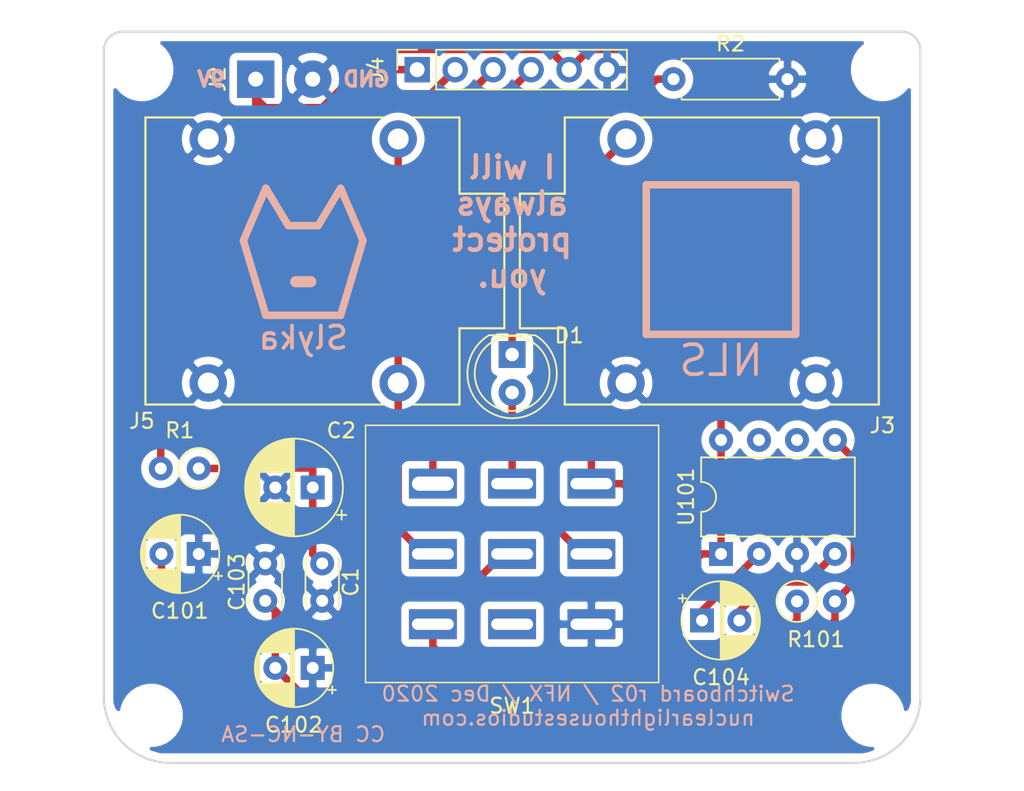
<source format=kicad_pcb>
(kicad_pcb (version 20211014) (generator pcbnew)
  (title_block (title "Switchboard") (date "2020-12-30") (rev "r02") (company "Nuclear Lighthouse Studios") (comment 1 "CC BY-NC-SA"))
  (layers (0 "F.Cu" signal) (31 "B.Cu" signal) (36 "B.SilkS" user "B.Silkscreen") (37 "F.SilkS" user "F.Silkscreen") (38 "B.Mask" user) (39 "F.Mask" user) (44 "Edge.Cuts" user))
  (net 0 "")
  (net 1 "+9V")
  (net 2 "GND")
  (net 3 "Net-(D1-Pad1)")
  (net 4 "Net-(D1-Pad2)")
  (net 5 "Net-(J4-Pad3)")
  (net 6 "Net-(J5-PadT)")
  (net 7 "+9VA")
  (net 8 "Net-(J3-PadT)")
  (net 9 "Net-(C101-Pad2)")
  (net 10 "-9VA")
  (net 11 "Net-(C104-Pad2)")
  (net 12 "Net-(C104-Pad1)")
  (net 13 "Net-(J4-Pad4)")
  (footprint "LED_THT:LED_D5.0mm" (layer "F.Cu") (at 142.875 90.17 -90)
    (fp_text reference "D1" (at -1.27 -3.81) (layer "F.SilkS"))
    (fp_text value "LED")
    (pad "1" thru_hole rect (at 0 0 270) (size 1.8 1.8) (drill 0.9) (layers *.Cu *.Mask) (net 3 "Net-(D1-Pad1)"))
    (pad "2" thru_hole circle (at 2.54 0 270) (size 1.8 1.8) (drill 0.9) (layers *.Cu *.Mask) (net 4 "Net-(D1-Pad2)"))
  )
  (footprint "Resistor_THT:R_Axial_DIN0207_L6.3mm_D2.5mm_P7.62mm_Horizontal" (layer "F.Cu") (at 153.67 71.755)
    (fp_text reference "R2" (at 3.81 -2.37) (layer "F.SilkS"))
    (fp_text value "10k")
    (pad "1" thru_hole circle (at 0 0) (size 1.6 1.6) (drill 0.8) (layers *.Cu *.Mask) (net 3 "Net-(D1-Pad1)"))
    (pad "2" thru_hole oval (at 7.62 0) (size 1.6 1.6) (drill 0.8) (layers *.Cu *.Mask) (net 2 "GND"))
  )
  (footprint "NLS:MonoJack_6.35mm_Neutrik_NMJ4HCD2" (layer "F.Cu") (at 167.195 83.915)
    (fp_text reference "J3" (at 0.445 11) (layer "F.SilkS"))
    (fp_text value "AudioJack2_SwitchT")
    (pad "S" thru_hole circle locked (at -4 8.16) (size 2.5 2.5) (drill 1.4) (layers *.Cu *.Mask) (net 2 "GND"))
    (pad "S" thru_hole circle locked (at -4 -8.16) (size 2.5 2.5) (drill 1.4) (layers *.Cu *.Mask) (net 2 "GND"))
    (pad "T" thru_hole circle locked (at -16.7 -8.16) (size 2.5 2.5) (drill 1.4) (layers *.Cu *.Mask) (net 8 "Net-(J3-PadT)"))
    (pad "TN" thru_hole circle locked (at -16.7 8.16) (size 2.5 2.5) (drill 1.4) (layers *.Cu *.Mask) (net 2 "GND"))
  )
  (footprint "Capacitor_THT:CP_Radial_D6.3mm_P2.50mm" (layer "F.Cu") (at 129.54 99.06 180)
    (fp_text reference "C2" (at -1.905 3.81 180) (layer "F.SilkS"))
    (fp_text value "100µ")
    (pad "1" thru_hole rect (at 0 0 180) (size 1.6 1.6) (drill 0.8) (layers *.Cu *.Mask) (net 7 "+9VA"))
    (pad "2" thru_hole circle (at 2.5 0 180) (size 1.6 1.6) (drill 0.8) (layers *.Cu *.Mask) (net 2 "GND"))
  )
  (footprint "Capacitor_THT:C_Disc_D3.0mm_W2.0mm_P2.50mm" (layer "F.Cu") (at 130.175 104.14 -90)
    (fp_text reference "C1" (at 1.25 -1.905 90) (layer "F.SilkS"))
    (fp_text value "100n")
    (pad "1" thru_hole circle (at 0 0 270) (size 1.6 1.6) (drill 0.8) (layers *.Cu *.Mask) (net 7 "+9VA"))
    (pad "2" thru_hole circle (at 2.5 0 270) (size 1.6 1.6) (drill 0.8) (layers *.Cu *.Mask) (net 2 "GND"))
  )
  (footprint "Resistor_THT:R_Axial_DIN0207_L6.3mm_D2.5mm_P2.54mm_Vertical" (layer "F.Cu") (at 121.92 97.79 180)
    (fp_text reference "R1" (at 1.27 2.54) (layer "F.SilkS"))
    (fp_text value "100")
    (pad "1" thru_hole circle (at 0 0 180) (size 1.6 1.6) (drill 0.8) (layers *.Cu *.Mask) (net 7 "+9VA"))
    (pad "2" thru_hole oval (at 2.54 0 180) (size 1.6 1.6) (drill 0.8) (layers *.Cu *.Mask) (net 1 "+9V"))
  )
  (footprint "Connector_Wire:SolderWirePad_1x02_P3.81mm_Drill1mm" (layer "F.Cu") (at 125.73 71.755)
    (fp_text reference "J2" (at -2.54 0 270) (layer "F.SilkS"))
    (fp_text value "Conn_01x02_Female")
    (pad "1" thru_hole rect locked (at 0 0) (size 2.49936 2.49936) (drill 1.00076) (layers *.Cu *.Mask) (net 1 "+9V"))
    (pad "2" thru_hole circle locked (at 3.81 0) (size 2.49936 2.49936) (drill 1.00076) (layers *.Cu *.Mask) (net 2 "GND"))
  )
  (footprint "NLS:MonoJack_6.35mm_Neutrik_NMJ4HCD2" (layer "F.Cu") (at 118.555 83.915 180)
    (fp_text reference "J5" (at 0.445 -10.7 180) (layer "F.SilkS"))
    (fp_text value "AudioJack2_SwitchT")
    (pad "S" thru_hole circle locked (at -4 -8.16 180) (size 2.5 2.5) (drill 1.4) (layers *.Cu *.Mask) (net 2 "GND"))
    (pad "S" thru_hole circle locked (at -4 8.16 180) (size 2.5 2.5) (drill 1.4) (layers *.Cu *.Mask) (net 2 "GND"))
    (pad "T" thru_hole circle locked (at -16.7 -8.16 180) (size 2.5 2.5) (drill 1.4) (layers *.Cu *.Mask) (net 6 "Net-(J5-PadT)"))
    (pad "TN" thru_hole circle locked (at -16.7 8.16 180) (size 2.5 2.5) (drill 1.4) (layers *.Cu *.Mask) (net 6 "Net-(J5-PadT)"))
  )
  (footprint "MountingHole:MountingHole_3.2mm_M3" (layer "F.Cu") (at 167.64 71.12)
    (fp_text reference "REF**" hide)
    (fp_text value "MountingHole_3.2mm_M3")
    (pad "" np_thru_hole circle locked (at 0 0) (size 3.2 3.2) (drill 3.2) (layers *.Cu *.Mask))
  )
  (footprint "MountingHole:MountingHole_3.2mm_M3" (layer "F.Cu") (at 118.11 71.12)
    (fp_text reference "REF**" hide)
    (fp_text value "MountingHole_3.2mm_M3")
    (pad "" np_thru_hole circle locked (at 0 0) (size 3.2 3.2) (drill 3.2) (layers *.Cu *.Mask))
  )
  (footprint "MountingHole:MountingHole_3.2mm_M3" (layer "F.Cu") (at 167.005 114.3)
    (fp_text reference "REF**" hide)
    (fp_text value "MountingHole_3.2mm_M3")
    (pad "" np_thru_hole circle locked (at 0 0) (size 3.2 3.2) (drill 3.2) (layers *.Cu *.Mask))
  )
  (footprint "MountingHole:MountingHole_3.2mm_M3" (layer "F.Cu") (at 118.745 114.3)
    (fp_text reference "REF**" hide)
    (fp_text value "MountingHole_3.2mm_M3")
    (pad "" np_thru_hole circle locked (at 0 0) (size 3.2 3.2) (drill 3.2) (layers *.Cu *.Mask))
  )
  (footprint "Capacitor_THT:C_Disc_D3.0mm_W2.0mm_P2.50mm" (layer "F.Cu") (at 126.365 106.64 90)
    (fp_text reference "C103" (at 1.25 -1.905 90) (layer "F.SilkS"))
    (fp_text value "100n")
    (pad "1" thru_hole circle (at 0 0 90) (size 1.6 1.6) (drill 0.8) (layers *.Cu *.Mask) (net 10 "-9VA"))
    (pad "2" thru_hole circle (at 2.5 0 90) (size 1.6 1.6) (drill 0.8) (layers *.Cu *.Mask) (net 2 "GND"))
  )
  (footprint "Connector_PinSocket_2.54mm:PinSocket_1x06_P2.54mm_Vertical" (layer "F.Cu") (at 136.525 71.12 90)
    (fp_text reference "J4" (at 0 -2.77 90) (layer "F.SilkS"))
    (fp_text value "Conn_01x06_Female")
    (pad "1" thru_hole rect (at 0 0 90) (size 1.7 1.7) (drill 1) (layers *.Cu *.Mask) (net 7 "+9VA"))
    (pad "2" thru_hole oval (at 0 2.54 90) (size 1.7 1.7) (drill 1) (layers *.Cu *.Mask) (net 10 "-9VA"))
    (pad "3" thru_hole oval (at 0 5.08 90) (size 1.7 1.7) (drill 1) (layers *.Cu *.Mask) (net 5 "Net-(J4-Pad3)"))
    (pad "4" thru_hole oval (at 0 7.62 90) (size 1.7 1.7) (drill 1) (layers *.Cu *.Mask) (net 13 "Net-(J4-Pad4)"))
    (pad "5" thru_hole oval (at 0 10.16 90) (size 1.7 1.7) (drill 1) (layers *.Cu *.Mask) (net 1 "+9V"))
    (pad "6" thru_hole oval (at 0 12.7 90) (size 1.7 1.7) (drill 1) (layers *.Cu *.Mask) (net 2 "GND"))
  )
  (footprint "Resistor_THT:R_Axial_DIN0207_L6.3mm_D2.5mm_P2.54mm_Vertical" (layer "F.Cu") (at 161.925 106.68)
    (fp_text reference "R101" (at 1.27 2.54) (layer "F.SilkS"))
    (fp_text value "100")
    (pad "1" thru_hole circle (at 0 0) (size 1.6 1.6) (drill 0.8) (layers *.Cu *.Mask) (net 10 "-9VA"))
    (pad "2" thru_hole oval (at 2.54 0) (size 1.6 1.6) (drill 0.8) (layers *.Cu *.Mask) (net 9 "Net-(C101-Pad2)"))
  )
  (footprint "Package_DIP:DIP-8_W7.62mm" (layer "F.Cu") (at 156.845 103.505 90)
    (fp_text reference "U101" (at 3.81 -2.33 90) (layer "F.SilkS"))
    (fp_text value "LTC1044")
    (pad "1" thru_hole rect (at 0 0 90) (size 1.6 1.6) (drill 0.8) (layers *.Cu *.Mask) (net 1 "+9V"))
    (pad "2" thru_hole oval (at 0 2.54 90) (size 1.6 1.6) (drill 0.8) (layers *.Cu *.Mask) (net 12 "Net-(C104-Pad1)"))
    (pad "3" thru_hole oval (at 0 5.08 90) (size 1.6 1.6) (drill 0.8) (layers *.Cu *.Mask) (net 2 "GND"))
    (pad "4" thru_hole oval (at 0 7.62 90) (size 1.6 1.6) (drill 0.8) (layers *.Cu *.Mask) (net 11 "Net-(C104-Pad2)"))
    (pad "5" thru_hole oval (at 7.62 7.62 90) (size 1.6 1.6) (drill 0.8) (layers *.Cu *.Mask) (net 9 "Net-(C101-Pad2)"))
    (pad "6" thru_hole oval (at 7.62 5.08 90) (size 1.6 1.6) (drill 0.8) (layers *.Cu *.Mask))
    (pad "7" thru_hole oval (at 7.62 2.54 90) (size 1.6 1.6) (drill 0.8) (layers *.Cu *.Mask))
    (pad "8" thru_hole oval (at 7.62 0 90) (size 1.6 1.6) (drill 0.8) (layers *.Cu *.Mask) (net 1 "+9V"))
  )
  (footprint "NLS:SW_3PDT_Footswitch" (layer "F.Cu") (at 142.875 103.505)
    (fp_text reference "SW1" (at 0 10.16 180) (layer "F.SilkS"))
    (fp_text value "SW_3PDT_x3")
    (pad "1" thru_hole rect locked (at -5.3 -4.7) (size 3.2 2) (drill oval 2.8 0.9525) (layers *.Cu *.Mask) (net 5 "Net-(J4-Pad3)"))
    (pad "2" thru_hole rect locked (at -5.3 0) (size 3.2 2) (drill oval 2.8 0.762) (layers *.Cu *.Mask) (net 6 "Net-(J5-PadT)"))
    (pad "3" thru_hole rect locked (at -5.3 4.7) (size 3.2 2) (drill oval 2.8 0.762) (layers *.Cu *.Mask) (net 8 "Net-(J3-PadT)"))
    (pad "4" thru_hole rect locked (at 0 -4.7) (size 3.2 2) (drill oval 2.8 0.762) (layers *.Cu *.Mask) (net 4 "Net-(D1-Pad2)"))
    (pad "5" thru_hole rect locked (at 0 0) (size 3.2 2) (drill oval 2.8 0.762) (layers *.Cu *.Mask) (net 1 "+9V"))
    (pad "6" thru_hole rect locked (at 0 4.7) (size 3.2 2) (drill oval 2.8 0.762) (layers *.Cu *.Mask))
    (pad "7" thru_hole rect locked (at 5.3 -4.7) (size 3.2 2) (drill oval 2.8 0.762) (layers *.Cu *.Mask) (net 8 "Net-(J3-PadT)"))
    (pad "8" thru_hole rect locked (at 5.3 0) (size 3.2 2) (drill oval 2.8 0.762) (layers *.Cu *.Mask) (net 13 "Net-(J4-Pad4)"))
    (pad "9" thru_hole rect locked (at 5.3 4.7) (size 3.2 2) (drill oval 2.8 0.762) (layers *.Cu *.Mask) (net 2 "GND"))
  )
  (footprint "Capacitor_THT:CP_Radial_D5.0mm_P2.50mm" (layer "F.Cu") (at 155.575 107.95)
    (fp_text reference "C104" (at 1.27 3.81) (layer "F.SilkS"))
    (fp_text value "10µ")
    (pad "1" thru_hole rect (at 0 0) (size 1.6 1.6) (drill 0.8) (layers *.Cu *.Mask) (net 12 "Net-(C104-Pad1)"))
    (pad "2" thru_hole circle (at 2.5 0) (size 1.6 1.6) (drill 0.8) (layers *.Cu *.Mask) (net 11 "Net-(C104-Pad2)"))
  )
  (footprint "Capacitor_THT:CP_Radial_D5.0mm_P2.50mm" (layer "F.Cu") (at 129.54 111.125 180)
    (fp_text reference "C102" (at 1.27 -3.81) (layer "F.SilkS"))
    (fp_text value "47µ")
    (pad "1" thru_hole rect (at 0 0 180) (size 1.6 1.6) (drill 0.8) (layers *.Cu *.Mask) (net 2 "GND"))
    (pad "2" thru_hole circle (at 2.5 0 180) (size 1.6 1.6) (drill 0.8) (layers *.Cu *.Mask) (net 10 "-9VA"))
  )
  (footprint "Capacitor_THT:CP_Radial_D5.0mm_P2.50mm" (layer "F.Cu") (at 121.92 103.505 180)
    (fp_text reference "C101" (at 1.27 -3.81) (layer "F.SilkS"))
    (fp_text value "10µ")
    (pad "1" thru_hole rect (at 0 0 180) (size 1.6 1.6) (drill 0.8) (layers *.Cu *.Mask) (net 2 "GND"))
    (pad "2" thru_hole circle (at 2.5 0 180) (size 1.6 1.6) (drill 0.8) (layers *.Cu *.Mask) (net 9 "Net-(C101-Pad2)"))
  )
  (footprint "logos:nlslogo_nocopper" (layer "B.Cu") (at 156.845 83.82 180)
    (fp_text reference "REF**" hide)
    (fp_text value "nlslogo_nocopper")
    (fp_text user "NLS" (at 0 -6.75 180) (layer "B.SilkS") (effects (font (size 2 2) (thickness 0.25)) (justify mirror)))
  )
  (footprint "logos:foxlogo_nocopper" (layer "B.Cu") (at 128.905 82.55 180)
    (fp_text reference "REF**" hide)
    (fp_text value "foxlogo_nocopper")
    (fp_text user "Slyka" (at 0 -6.5 180) (layer "B.SilkS") (effects (font (size 1.5 1.5) (thickness 0.25)) (justify mirror)))
  )
  (gr_line (start 115.57 69.85) (end 115.57 113.03) (layer "Edge.Cuts") (width 0.15))
  (gr_arc (start 120.015 117.475) (mid 116.87191 116.17309) (end 115.57 113.03) (layer "Edge.Cuts") (width 0.15))
  (gr_line (start 120.015 117.475) (end 165.735 117.475) (layer "Edge.Cuts") (width 0.15))
  (gr_arc (start 170.18 113.03) (mid 168.87809 116.17309) (end 165.735 117.475) (layer "Edge.Cuts") (width 0.15))
  (gr_line (start 170.18 113.03) (end 170.18 69.85) (layer "Edge.Cuts") (width 0.15))
  (gr_arc (start 115.57 69.85) (mid 115.941974 68.951974) (end 116.84 68.58) (layer "Edge.Cuts") (width 0.15))
  (gr_arc (start 168.91 68.58) (mid 169.808026 68.951974) (end 170.18 69.85) (layer "Edge.Cuts") (width 0.15))
  (gr_line (start 168.91 68.58) (end 116.84 68.58) (layer "Edge.Cuts") (width 0.15))
  (gr_text "GND" (at 131.445 71.755) (layer "B.SilkS") (effects (font (size 1 1) (thickness 0.25)) (justify right mirror)))
  (gr_text "9V" (at 123.825 71.755) (layer "B.SilkS") (effects (font (size 1 1) (thickness 0.25)) (justify left mirror)))
  (gr_text "CC BY-NC-SA" (at 128.905 115.57) (layer "B.SilkS") (effects (font (size 1 1)) (justify mirror)))
  (gr_text "Switchboard r02 / NFX / Dec 2020\nnuclearlighthousestudios.com" (at 147.955 113.665) (layer "B.SilkS") (effects (font (size 1 1)) (justify mirror)))
  (gr_text "I will\nalways\nprotect\nyou." (at 142.875 81.28) (layer "B.SilkS") (effects (font (size 1.5 1.5) (thickness 0.3)) (justify mirror)))
  (segment (start 130.175 73.66) (end 134.065001 69.769999) (width 0.5) (layer "F.Cu") (net 1))
  (segment (start 145.334999 69.769999) (end 145.835001 70.270001) (width 0.5) (layer "F.Cu") (net 1))
  (segment (start 125.73 73.025) (end 126.365 73.66) (width 0.5) (layer "F.Cu") (net 1))
  (segment (start 155.545 103.505) (end 152.4 106.65) (width 0.5) (layer "F.Cu") (net 1))
  (segment (start 126.365 73.66) (end 130.175 73.66) (width 0.5) (layer "F.Cu") (net 1))
  (segment (start 134.62 107.169999) (end 135.744999 106.045) (width 0.5) (layer "F.Cu") (net 1))
  (segment (start 148.035001 69.769999) (end 154.224999 69.769999) (width 0.5) (layer "F.Cu") (net 1))
  (segment (start 152.4 106.65) (end 152.4 111.125) (width 0.5) (layer "F.Cu") (net 1))
  (segment (start 139.735 106.045) (end 142.275 103.505) (width 0.5) (layer "F.Cu") (net 1))
  (segment (start 125.73 80.645) (end 119.38 86.995) (width 0.5) (layer "F.Cu") (net 1))
  (segment (start 156.845 103.505) (end 156.845 95.885) (width 0.5) (layer "F.Cu") (net 1))
  (segment (start 136.525 111.76) (end 134.62 109.855) (width 0.5) (layer "F.Cu") (net 1))
  (segment (start 119.38 86.995) (end 119.38 97.79) (width 0.5) (layer "F.Cu") (net 1))
  (segment (start 145.835001 70.270001) (end 146.685 71.12) (width 0.5) (layer "F.Cu") (net 1))
  (segment (start 151.765 111.76) (end 136.525 111.76) (width 0.5) (layer "F.Cu") (net 1))
  (segment (start 125.73 71.755) (end 125.73 73.025) (width 0.5) (layer "F.Cu") (net 1))
  (segment (start 146.685 71.12) (end 148.035001 69.769999) (width 0.5) (layer "F.Cu") (net 1))
  (segment (start 134.065001 69.769999) (end 145.334999 69.769999) (width 0.5) (layer "F.Cu") (net 1))
  (segment (start 154.224999 69.769999) (end 156.845 72.39) (width 0.5) (layer "F.Cu") (net 1))
  (segment (start 125.73 71.755) (end 125.73 80.645) (width 0.5) (layer "F.Cu") (net 1))
  (segment (start 142.275 103.505) (end 142.875 103.505) (width 0.5) (layer "F.Cu") (net 1))
  (segment (start 152.4 111.125) (end 151.765 111.76) (width 0.5) (layer "F.Cu") (net 1))
  (segment (start 156.845 94.75363) (end 156.845 95.885) (width 0.5) (layer "F.Cu") (net 1))
  (segment (start 134.62 109.855) (end 134.62 107.169999) (width 0.5) (layer "F.Cu") (net 1))
  (segment (start 156.845 103.505) (end 155.545 103.505) (width 0.5) (layer "F.Cu") (net 1))
  (segment (start 135.744999 106.045) (end 139.735 106.045) (width 0.5) (layer "F.Cu") (net 1))
  (segment (start 156.845 72.39) (end 156.845 94.75363) (width 0.5) (layer "F.Cu") (net 1))
  (segment (start 150.495 73.66) (end 144.78 73.66) (width 0.5) (layer "F.Cu") (net 3))
  (segment (start 151.13 73.025) (end 150.495 73.66) (width 0.5) (layer "F.Cu") (net 3))
  (segment (start 142.875 75.565) (end 142.875 90.17) (width 0.5) (layer "F.Cu") (net 3))
  (segment (start 153.67 71.755) (end 152.53863 71.755) (width 0.5) (layer "F.Cu") (net 3))
  (segment (start 152.53863 71.755) (end 151.26863 73.025) (width 0.5) (layer "F.Cu") (net 3))
  (segment (start 144.78 73.66) (end 142.875 75.565) (width 0.5) (layer "F.Cu") (net 3))
  (segment (start 142.875 92.71) (end 142.875 98.805) (width 0.5) (layer "F.Cu") (net 4))
  (segment (start 140.755001 71.969999) (end 141.605 71.12) (width 0.5) (layer "F.Cu") (net 5))
  (segment (start 137.575 98.805) (end 137.575 75.15) (width 0.5) (layer "F.Cu") (net 5))
  (segment (start 137.575 75.15) (end 140.755001 71.969999) (width 0.5) (layer "F.Cu") (net 5))
  (segment (start 135.255 92.075) (end 135.255 75.755) (width 0.5) (layer "F.Cu") (net 6))
  (segment (start 135.255 93.842766) (end 135.255 92.075) (width 0.5) (layer "F.Cu") (net 6))
  (segment (start 136.975 103.505) (end 135.255 101.785) (width 0.5) (layer "F.Cu") (net 6))
  (segment (start 135.255 101.785) (end 135.255 93.842766) (width 0.5) (layer "F.Cu") (net 6))
  (segment (start 137.575 103.505) (end 136.975 103.505) (width 0.5) (layer "F.Cu") (net 6))
  (segment (start 129.54 99.06) (end 129.54 76.16) (width 0.5) (layer "F.Cu") (net 7))
  (segment (start 129.54 76.16) (end 134.58 71.12) (width 0.5) (layer "F.Cu") (net 7))
  (segment (start 129.54 97.76) (end 129.54 99.06) (width 0.5) (layer "F.Cu") (net 7))
  (segment (start 129.54 103.505) (end 129.54 99.06) (width 0.5) (layer "F.Cu") (net 7))
  (segment (start 121.92 97.79) (end 126.385998 97.79) (width 0.5) (layer "F.Cu") (net 7))
  (segment (start 130.175 104.14) (end 129.54 103.505) (width 0.5) (layer "F.Cu") (net 7))
  (segment (start 126.385998 97.79) (end 126.415999 97.759999) (width 0.5) (layer "F.Cu") (net 7))
  (segment (start 134.58 71.12) (end 136.525 71.12) (width 0.5) (layer "F.Cu") (net 7))
  (segment (start 126.415999 97.759999) (end 129.54 97.76) (width 0.5) (layer "F.Cu") (net 7))
  (segment (start 137.575 109.705) (end 138.36 110.49) (width 0.5) (layer "F.Cu") (net 8))
  (segment (start 150.275 98.805) (end 148.175 98.805) (width 0.5) (layer "F.Cu") (net 8))
  (segment (start 138.36 110.49) (end 150.495 110.49) (width 0.5) (layer "F.Cu") (net 8))
  (segment (start 151.13 109.855) (end 151.13 99.66) (width 0.5) (layer "F.Cu") (net 8))
  (segment (start 150.495 110.49) (end 151.13 109.855) (width 0.5) (layer "F.Cu") (net 8))
  (segment (start 151.13 99.66) (end 150.275 98.805) (width 0.5) (layer "F.Cu") (net 8))
  (segment (start 148.175 78.075) (end 148.175 98.805) (width 0.5) (layer "F.Cu") (net 8))
  (segment (start 150.495 75.755) (end 148.175 78.075) (width 0.5) (layer "F.Cu") (net 8))
  (segment (start 137.575 108.205) (end 137.575 109.705) (width 0.5) (layer "F.Cu") (net 8))
  (segment (start 165.765001 97.185001) (end 165.264999 96.684999) (width 0.5) (layer "F.Cu") (net 9))
  (segment (start 126.365 114.3) (end 119.42 107.355) (width 0.5) (layer "F.Cu") (net 9))
  (segment (start 164.465 106.68) (end 165.765001 105.379999) (width 0.5) (layer "F.Cu") (net 9))
  (segment (start 119.42 107.355) (end 119.42 105.429002) (width 0.5) (layer "F.Cu") (net 9))
  (segment (start 165.264999 96.684999) (end 164.465 95.885) (width 0.5) (layer "F.Cu") (net 9))
  (segment (start 165.765001 105.379999) (end 165.765001 97.185001) (width 0.5) (layer "F.Cu") (net 9))
  (segment (start 119.42 105.429002) (end 119.42 103.505) (width 0.5) (layer "F.Cu") (net 9))
  (segment (start 164.465 106.68) (end 164.465 107.95) (width 0.5) (layer "F.Cu") (net 9))
  (segment (start 158.115 114.3) (end 126.365 114.3) (width 0.5) (layer "F.Cu") (net 9))
  (segment (start 164.465 107.95) (end 158.115 114.3) (width 0.5) (layer "F.Cu") (net 9))
  (segment (start 137.16 73.025) (end 138.215001 71.969999) (width 0.5) (layer "F.Cu") (net 10))
  (segment (start 161.925 106.68) (end 161.925 107.95) (width 0.5) (layer "F.Cu") (net 10))
  (segment (start 126.365 106.64) (end 128.31 108.585) (width 0.5) (layer "F.Cu") (net 10))
  (segment (start 131.445 108.585) (end 132.08 107.95) (width 0.5) (layer "F.Cu") (net 10))
  (segment (start 127.839999 111.924999) (end 127.04 111.125) (width 0.5) (layer "F.Cu") (net 10))
  (segment (start 134.62 73.025) (end 137.16 73.025) (width 0.5) (layer "F.Cu") (net 10))
  (segment (start 161.925 107.95) (end 156.845 113.03) (width 0.5) (layer "F.Cu") (net 10))
  (segment (start 128.945 113.03) (end 127.839999 111.924999) (width 0.5) (layer "F.Cu") (net 10))
  (segment (start 156.845 113.03) (end 128.945 113.03) (width 0.5) (layer "F.Cu") (net 10))
  (segment (start 132.08 107.95) (end 132.08 75.565) (width 0.5) (layer "F.Cu") (net 10))
  (segment (start 127.04 111.125) (end 127.04 107.315) (width 0.5) (layer "F.Cu") (net 10))
  (segment (start 138.215001 71.969999) (end 139.065 71.12) (width 0.5) (layer "F.Cu") (net 10))
  (segment (start 127.04 107.315) (end 126.365 106.64) (width 0.5) (layer "F.Cu") (net 10))
  (segment (start 132.08 75.565) (end 134.62 73.025) (width 0.5) (layer "F.Cu") (net 10))
  (segment (start 128.31 108.585) (end 131.445 108.585) (width 0.5) (layer "F.Cu") (net 10))
  (segment (start 158.075 107.335) (end 160.030001 105.379999) (width 0.5) (layer "F.Cu") (net 11))
  (segment (start 162.590001 105.379999) (end 163.665001 104.304999) (width 0.5) (layer "F.Cu") (net 11))
  (segment (start 163.665001 104.304999) (end 164.465 103.505) (width 0.5) (layer "F.Cu") (net 11))
  (segment (start 158.075 107.95) (end 158.075 107.335) (width 0.5) (layer "F.Cu") (net 11))
  (segment (start 160.030001 105.379999) (end 162.590001 105.379999) (width 0.5) (layer "F.Cu") (net 11))
  (segment (start 159.385 103.505) (end 155.575 107.315) (width 0.5) (layer "F.Cu") (net 12))
  (segment (start 155.575 107.315) (end 155.575 107.95) (width 0.5) (layer "F.Cu") (net 12))
  (segment (start 145.035 100.965) (end 140.934999 100.965) (width 0.5) (layer "F.Cu") (net 13))
  (segment (start 140.934999 100.965) (end 140.335 100.365001) (width 0.5) (layer "F.Cu") (net 13))
  (segment (start 148.175 103.505) (end 147.575 103.505) (width 0.5) (layer "F.Cu") (net 13))
  (segment (start 147.575 103.505) (end 145.035 100.965) (width 0.5) (layer "F.Cu") (net 13))
  (segment (start 140.335 74.93) (end 143.295001 71.969999) (width 0.5) (layer "F.Cu") (net 13))
  (segment (start 140.335 100.365001) (end 140.335 74.93) (width 0.5) (layer "F.Cu") (net 13))
  (segment (start 143.295001 71.969999) (end 144.145 71.12) (width 0.5) (layer "F.Cu") (net 13))
  (zone (net 2) (net_name "GND") (layer "B.Cu") (connect_pads (clearance 0.508)) (min_thickness 0.254) (fill yes (thermal_gap 0.508) (thermal_bridge_width 0.508) (smoothing fillet) (radius 0.635))
    (polygon (pts (xy 116.205 69.215) (xy 116.205 113.665) (xy 118.745 116.84) (xy 167.005 116.84) (xy 169.545 113.665) (xy 169.545 69.215)))
  )
)
</source>
